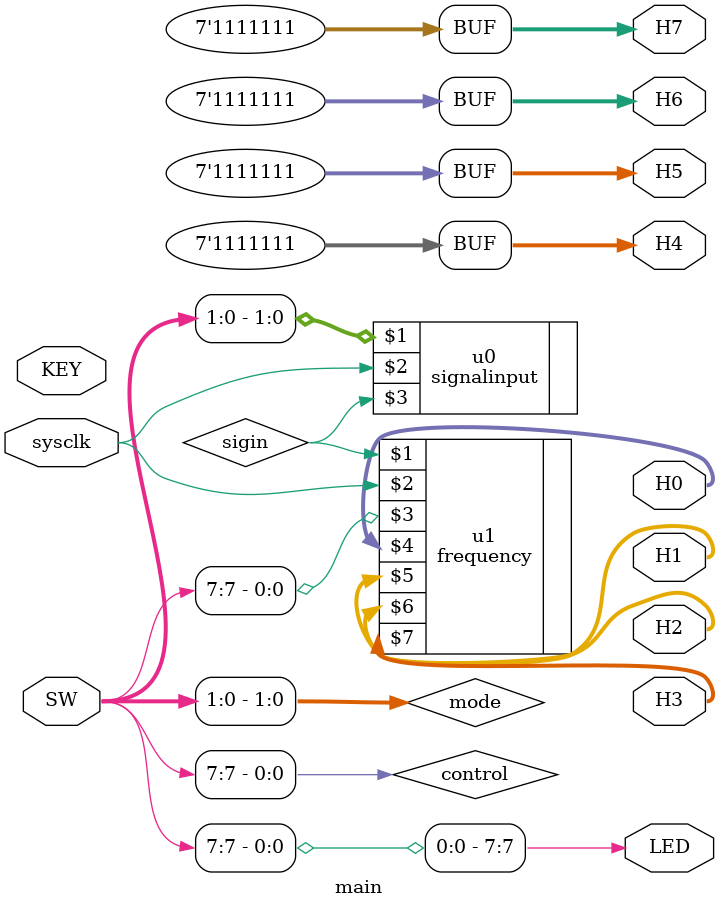
<source format=v>
module main(H0,H1,H2,H3,H4,H5,H6,H7,SW,KEY,LED,sysclk);
	input wire [3:0]KEY;
	input wire [17:0]SW;
	input wire sysclk;
	output wire [6:0]H0;
	output wire [6:0]H1;
	output wire [6:0]H2;
	output wire [6:0]H3;
	output wire [6:0]H4;
	output wire [6:0]H5;
	output wire [6:0]H6;
	output wire [6:0]H7;
	output wire [17:0]LED;
	//CANCEL USELESS PINS
	//assign H0=7'b1111111;
	//assign H1=7'b1111111;
	//assign H2=7'b1111111;
	//assign H3=7'b1111111;
	assign H4=7'b1111111;
	assign H5=7'b1111111;
	assign H6=7'b1111111;
	assign H7=7'b1111111;
	//DEFINE INPUTS
	wire control;
	wire [1:0]mode;
	assign control=SW[7];
	assign mode[1:0]=SW[1:0];
	assign LED[7]=SW[7];
	wire sigin;

	//LINK OUTPUT
	
	//PROGRAM START
	signalinput u0(mode,sysclk,sigin);
	frequency u1(sigin,sysclk,control,H0,H1,H2,H3);
	//OUTPUTDISPLAY

endmodule
	
	
	
	 
</source>
